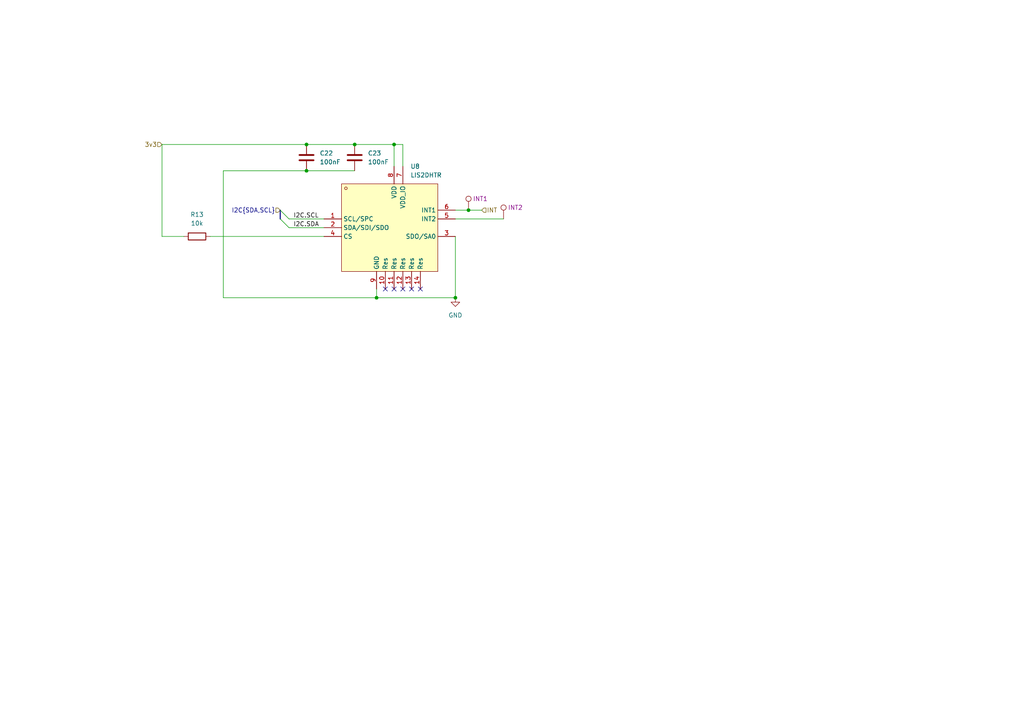
<source format=kicad_sch>
(kicad_sch (version 20250114) (generator "eeschema") (generator_version "9.0")
  (paper "A4")
  (lib_symbols
    (symbol "Device:C" (pin_numbers (hide yes)) (pin_names (offset 0.254))
      (property "Reference" "C" (at 0.635 2.54 0))
      (property "Value" "C" (at 0.635 -2.54 0))
      (symbol "C_0_1"
        (polyline (pts (xy -2.032 0.762) (xy 2.032 0.762)) (stroke (width 0.508)))
        (polyline (pts (xy -2.032 -0.762) (xy 2.032 -0.762)) (stroke (width 0.508)))
      )
      (symbol "C_1_1"
        (pin passive line (at 0 3.81 270) (length 2.794) (name "~") (number "1"))
        (pin passive line (at 0 -3.81 90) (length 2.794) (name "~") (number "2"))
      )
    )
    (symbol "Device:R" (pin_numbers (hide yes)) (pin_names (offset 0))
      (property "Reference" "R" (at 2.032 0 90))
      (property "Value" "R" (at 0 0 90))
      (symbol "R_0_1"
        (rectangle (start -1.016 -2.54) (end 1.016 2.54) (stroke (width 0.254)))
      )
      (symbol "R_1_1"
        (pin passive line (at 0 3.81 270) (length 1.27) (name "~") (number "1"))
        (pin passive line (at 0 -3.81 90) (length 1.27) (name "~") (number "2"))
      )
    )
    (symbol "easyeda2kicad:LIS2DHTR"
      (property "Reference" "U" (at 0 22.86 0))
      (property "Value" "LIS2DHTR" (at 0 -22.86 0))
      (symbol "LIS2DHTR_0_1"
        (rectangle (start -13.97 12.7) (end 13.97 -12.7) (fill (type background)))
        (circle (center -12.7 11.43) (radius 0.38))
        (pin input line (at -19.05 2.54 0) (length 5.08) (name "SCL/SPC") (number "1"))
        (pin bidirectional line (at -19.05 0 0) (length 5.08) (name "SDA/SDI/SDO") (number "2"))
        (pin input line (at -19.05 -2.54 0) (length 5.08) (name "CS") (number "4"))
        (pin bidirectional line (at -3.81 -17.78 90) (length 5.08) (name "GND") (number "9"))
        (pin bidirectional line (at -1.27 -17.78 90) (length 5.08) (name "Res") (number "10"))
        (pin bidirectional line (at 1.27 17.78 270) (length 5.08) (name "VDD") (number "8"))
        (pin bidirectional line (at 1.27 -17.78 90) (length 5.08) (name "Res") (number "11"))
        (pin bidirectional line (at 3.81 17.78 270) (length 5.08) (name "VDD_IO") (number "7"))
        (pin bidirectional line (at 3.81 -17.78 90) (length 5.08) (name "Res") (number "12"))
        (pin bidirectional line (at 6.35 -17.78 90) (length 5.08) (name "Res") (number "13"))
        (pin bidirectional line (at 8.89 -17.78 90) (length 5.08) (name "Res") (number "14"))
        (pin output line (at 19.05 5.08 180) (length 5.08) (name "INT1") (number "6"))
        (pin output line (at 19.05 2.54 180) (length 5.08) (name "INT2") (number "5"))
        (pin output line (at 19.05 -2.54 180) (length 5.08) (name "SDO/SA0") (number "3"))
      )
    )
    (symbol "easyeda2kicad:LabeledTestPoint" (pin_numbers (hide yes)) (pin_names (offset 0.762) (hide yes)) (in_bom no)
      (property "Label" "label" (at 0 5.08 0))
      (symbol "LabeledTestPoint_0_1"
        (circle (center 0 3.302) (radius 0.762))
      )
      (symbol "LabeledTestPoint_1_1"
        (pin passive line (at 0 0 90) (length 2.54) (name "1") (number "1"))
      )
    )
    (symbol "power:GND" (power) (pin_numbers (hide yes)) (pin_names (offset 0) (hide yes))
      (property "Value" "GND" (at 0 -3.81 0))
      (symbol "GND_0_1"
        (polyline (pts (xy 0 0) (xy 0 -1.27) (xy 1.27 -1.27) (xy 0 -2.54) (xy -1.27 -1.27) (xy 0 -1.27)))
      )
      (symbol "GND_1_1"
        (pin power_in line (at 0 0 270) (length 0) (name "~") (number "1"))
      )
    )
  )
  (junction (at 135.89 60.96))
  (junction (at 88.9 49.53))
  (junction (at 114.3 41.91))
  (junction (at 102.87 41.91))
  (junction (at 88.9 41.91))
  (junction (at 132.08 86.36))
  (junction (at 109.22 86.36))
  (no_connect (at 114.3 83.82))
  (no_connect (at 119.38 83.82))
  (no_connect (at 111.76 83.82))
  (no_connect (at 116.84 83.82))
  (no_connect (at 121.92 83.82))
  (bus_entry (at 81.28 63.5) (size 2.54 2.54))
  (bus_entry (at 81.28 60.96) (size 2.54 2.54))
  (bus (pts (xy 81.28 60.96) (xy 81.28 63.5)))
  (wire (pts (xy 46.99 68.58) (xy 53.34 68.58)))
  (wire (pts (xy 88.9 41.91) (xy 46.99 41.91)))
  (wire (pts (xy 114.3 41.91) (xy 114.3 48.26)))
  (wire (pts (xy 132.08 63.5) (xy 146.05 63.5)))
  (wire (pts (xy 102.87 41.91) (xy 88.9 41.91)))
  (wire (pts (xy 116.84 48.26) (xy 116.84 41.91)))
  (wire (pts (xy 116.84 41.91) (xy 114.3 41.91)))
  (wire (pts (xy 109.22 86.36) (xy 132.08 86.36)))
  (wire (pts (xy 83.82 63.5) (xy 93.98 63.5)))
  (wire (pts (xy 132.08 68.58) (xy 132.08 86.36)))
  (wire (pts (xy 88.9 49.53) (xy 64.77 49.53)))
  (wire (pts (xy 64.77 86.36) (xy 109.22 86.36)))
  (wire (pts (xy 132.08 60.96) (xy 135.89 60.96)))
  (wire (pts (xy 109.22 83.82) (xy 109.22 86.36)))
  (wire (pts (xy 114.3 41.91) (xy 102.87 41.91)))
  (wire (pts (xy 83.82 66.04) (xy 93.98 66.04)))
  (wire (pts (xy 46.99 41.91) (xy 46.99 68.58)))
  (wire (pts (xy 60.96 68.58) (xy 93.98 68.58)))
  (wire (pts (xy 135.89 60.96) (xy 139.7 60.96)))
  (wire (pts (xy 64.77 49.53) (xy 64.77 86.36)))
  (wire (pts (xy 88.9 49.53) (xy 102.87 49.53)))
  (label "I2C.SDA" (at 85.09 66.04 0))
  (label "I2C.SCL" (at 85.09 63.5 0))
  (hierarchical_label "INT" (shape input) (at 139.7 60.96 0))
  (hierarchical_label "3v3" (shape input) (at 46.99 41.91 180))
  (hierarchical_label "I2C{SDA,SCL}" (shape input) (at 81.28 60.96 180))
  (symbol (lib_id "easyeda2kicad:LabeledTestPoint") (at 146.05 63.5 0) (unit 1) (in_bom no)
    (property "Reference" "TP13" (effects (hide yes)))
    (property "Value" "LabeledTestPoint" (effects (hide yes)))
    (property "Footprint" "easyeda2kicad:LabeledTestPoint" (effects (hide yes)))
    (property "Description" "test point" (effects (hide yes)))
    (property "Label" "INT2" (at 151.638 60.198 0) (effects (justify right)))
  )
  (symbol (lib_id "Device:C") (at 88.9 45.72 0) (unit 1)
    (property "Reference" "C22" (at 92.71 44.4499 0) (effects (justify left)))
    (property "Value" "100nF" (at 92.71 46.9899 0) (effects (justify left)))
    (property "Footprint" "Capacitor_SMD:C_0603_1608Metric" (effects (hide yes)))
    (property "Description" "Unpolarized capacitor" (effects (hide yes)))
  )
  (symbol (lib_id "easyeda2kicad:LabeledTestPoint") (at 135.89 60.96 0) (unit 1) (in_bom no)
    (property "Reference" "TP12" (effects (hide yes)))
    (property "Value" "LabeledTestPoint" (effects (hide yes)))
    (property "Footprint" "easyeda2kicad:LabeledTestPoint" (effects (hide yes)))
    (property "Description" "test point" (effects (hide yes)))
    (property "Label" "INT1" (at 141.478 57.658 0) (effects (justify right)))
  )
  (symbol (lib_id "Device:C") (at 102.87 45.72 0) (unit 1)
    (property "Reference" "C23" (at 106.68 44.4499 0) (effects (justify left)))
    (property "Value" "100nF" (at 106.68 46.9899 0) (effects (justify left)))
    (property "Footprint" "Capacitor_SMD:C_0603_1608Metric" (effects (hide yes)))
    (property "Description" "Unpolarized capacitor" (effects (hide yes)))
  )
  (symbol (lib_id "Device:R") (at 57.15 68.58 90) (unit 1)
    (property "Reference" "R13" (at 57.15 62.23 90))
    (property "Value" "10k" (at 57.15 64.77 90))
    (property "Footprint" "Resistor_SMD:R_0603_1608Metric" (effects (hide yes)))
    (property "Description" "Resistor" (effects (hide yes)))
  )
  (symbol (lib_id "easyeda2kicad:LIS2DHTR") (at 113.03 66.04 0) (unit 1)
    (property "Reference" "U8" (at 119.0341 48.26 0) (effects (justify left)))
    (property "Value" "LIS2DHTR" (at 119.0341 50.8 0) (effects (justify left)))
    (property "Footprint" "easyeda2kicad:LGA-14_L2.0-W2.0-P0.35-BL" (effects (hide yes)))
    (property "Datasheet" "https://lcsc.com/product-detail/Motion-Sensors-Accelerometers_STMicroelectronics_LIS2DHTR_LIS2DHTR_C155670.html" (effects (hide yes)))
    (property "LCSC Part" "C155670" (effects (hide yes)))
  )
  (symbol (lib_id "power:GND") (at 132.08 86.36 0) (unit 1)
    (property "Reference" "#PWR016" (effects (hide yes)))
    (property "Value" "GND" (at 132.08 91.44 0))
    (property "Description" "Power symbol creates a global label with name \"GND\" , ground" (effects (hide yes)))
  )
)
</source>
